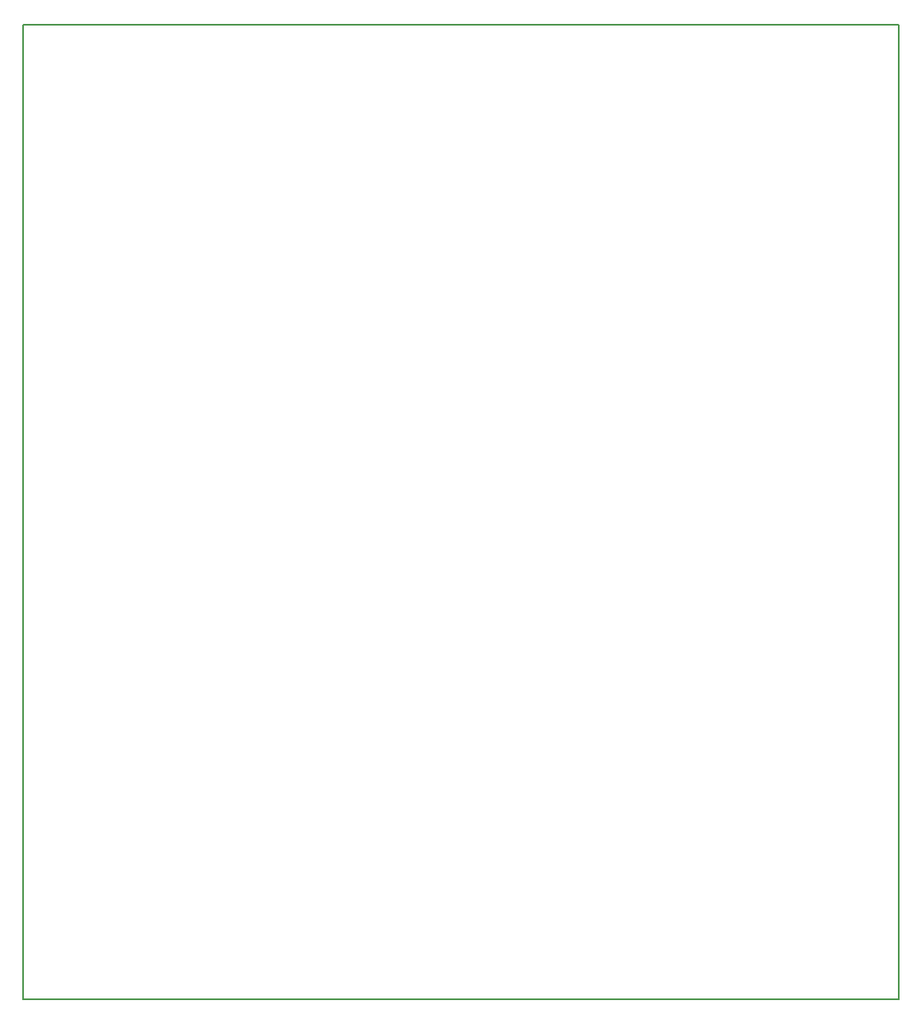
<source format=gm1>
G04 #@! TF.GenerationSoftware,KiCad,Pcbnew,7.0.11-7.0.11~ubuntu22.04.1*
G04 #@! TF.CreationDate,2024-05-31T20:30:00-03:00*
G04 #@! TF.ProjectId,condicionamento_BIA_v03,636f6e64-6963-4696-9f6e-616d656e746f,v03*
G04 #@! TF.SameCoordinates,Original*
G04 #@! TF.FileFunction,Profile,NP*
%FSLAX46Y46*%
G04 Gerber Fmt 4.6, Leading zero omitted, Abs format (unit mm)*
G04 Created by KiCad (PCBNEW 7.0.11-7.0.11~ubuntu22.04.1) date 2024-05-31 20:30:00*
%MOMM*%
%LPD*%
G01*
G04 APERTURE LIST*
G04 #@! TA.AperFunction,Profile*
%ADD10C,0.150000*%
G04 #@! TD*
G04 APERTURE END LIST*
D10*
X197077820Y-135039800D02*
X107078000Y-135039800D01*
X197078000Y-135040000D02*
X197078000Y-35040000D01*
X197078000Y-35040000D02*
X107078000Y-35040000D01*
X107078000Y-35040000D02*
X107078000Y-135039800D01*
M02*

</source>
